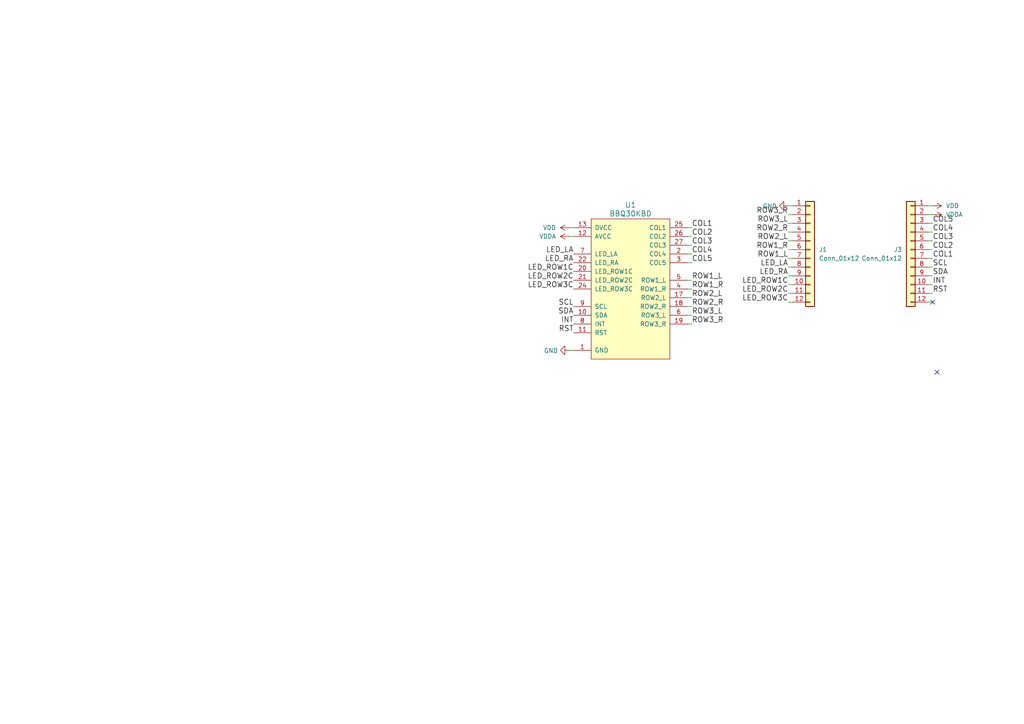
<source format=kicad_sch>
(kicad_sch (version 20231120) (generator "eeschema") (generator_version "8.0")
  (paper "A4")
  (lib_symbols
    (symbol "Connector_Generic:Conn_01x12" (pin_names (offset 1.016) hide)
      (property "Reference" "J" (at 0 15.24 0))
      (property "Value" "Conn_01x12" (at 0 -17.78 0))
      (symbol "Conn_01x12_1_1"
        (rectangle (start -1.27 -15.113) (end 0 -15.367) (stroke (width 0.1524)))
        (rectangle (start -1.27 -12.573) (end 0 -12.827) (stroke (width 0.1524)))
        (rectangle (start -1.27 -10.033) (end 0 -10.287) (stroke (width 0.1524)))
        (rectangle (start -1.27 -7.493) (end 0 -7.747) (stroke (width 0.1524)))
        (rectangle (start -1.27 -4.953) (end 0 -5.207) (stroke (width 0.1524)))
        (rectangle (start -1.27 -2.413) (end 0 -2.667) (stroke (width 0.1524)))
        (rectangle (start -1.27 0.127) (end 0 -0.127) (stroke (width 0.1524)))
        (rectangle (start -1.27 2.667) (end 0 2.413) (stroke (width 0.1524)))
        (rectangle (start -1.27 5.207) (end 0 4.953) (stroke (width 0.1524)))
        (rectangle (start -1.27 7.747) (end 0 7.493) (stroke (width 0.1524)))
        (rectangle (start -1.27 10.287) (end 0 10.033) (stroke (width 0.1524)))
        (rectangle (start -1.27 12.827) (end 0 12.573) (stroke (width 0.1524)))
        (rectangle (start -1.27 13.97) (end 1.27 -16.51) (stroke (width 0.254)) (fill (type background)))
        (pin passive line (at -5.08 12.7 0) (length 3.81) (name "Pin_1") (number "1"))
        (pin passive line (at -5.08 -10.16 0) (length 3.81) (name "Pin_10") (number "10"))
        (pin passive line (at -5.08 -12.7 0) (length 3.81) (name "Pin_11") (number "11"))
        (pin passive line (at -5.08 -15.24 0) (length 3.81) (name "Pin_12") (number "12"))
        (pin passive line (at -5.08 10.16 0) (length 3.81) (name "Pin_2") (number "2"))
        (pin passive line (at -5.08 7.62 0) (length 3.81) (name "Pin_3") (number "3"))
        (pin passive line (at -5.08 5.08 0) (length 3.81) (name "Pin_4") (number "4"))
        (pin passive line (at -5.08 2.54 0) (length 3.81) (name "Pin_5") (number "5"))
        (pin passive line (at -5.08 0 0) (length 3.81) (name "Pin_6") (number "6"))
        (pin passive line (at -5.08 -2.54 0) (length 3.81) (name "Pin_7") (number "7"))
        (pin passive line (at -5.08 -5.08 0) (length 3.81) (name "Pin_8") (number "8"))
        (pin passive line (at -5.08 -7.62 0) (length 3.81) (name "Pin_9") (number "9"))
      )
    )
    (symbol "Keyboard:BBQ10KBD" (pin_names (offset 1.016))
      (property "Reference" "U1" (at 0 21.844 0))
      (property "Value" "BBQ30KBD" (at 0 19.304 0))
      (symbol "BBQ10KBD_0_1"
        (rectangle (start -11.43 17.78) (end 11.43 -22.86) (fill (type background)))
      )
      (symbol "BBQ10KBD_1_1"
        (pin power_in line (at -16.51 -20.32 0) (length 5.08) (name "GND") (number "1"))
        (pin bidirectional line (at -16.51 -10.16 0) (length 5.08) (name "SDA") (number "10"))
        (pin input line (at -16.51 -15.24 0) (length 5.08) (name "RST") (number "11"))
        (pin power_in line (at -16.51 12.7 0) (length 5.08) (name "AVCC") (number "12"))
        (pin power_in line (at -16.51 15.24 0) (length 5.08) (name "DVCC") (number "13"))
        (pin passive line (at -16.51 -20.32 0) (length 5.08) hide (name "GND") (number "14"))
        (pin passive line (at -16.51 -20.32 0) (length 5.08) hide (name "GND") (number "15"))
        (pin passive line (at -16.51 -20.32 0) (length 5.08) hide (name "GND") (number "16"))
        (pin output line (at 16.51 -5.08 180) (length 5.08) (name "ROW2_L") (number "17"))
        (pin output line (at 16.51 -7.62 180) (length 5.08) (name "ROW2_R") (number "18"))
        (pin output line (at 16.51 -12.7 180) (length 5.08) (name "ROW3_R") (number "19"))
        (pin output line (at 16.51 7.62 180) (length 5.08) (name "COL4") (number "2"))
        (pin input line (at -16.51 2.54 0) (length 5.08) (name "LED_ROW1C") (number "20"))
        (pin input line (at -16.51 0 0) (length 5.08) (name "LED_ROW2C") (number "21"))
        (pin input line (at -16.51 5.08 0) (length 5.08) (name "LED_RA") (number "22"))
        (pin passive line (at -16.51 -20.32 0) (length 5.08) hide (name "GND") (number "23"))
        (pin input line (at -16.51 -2.54 0) (length 5.08) (name "LED_ROW3C") (number "24"))
        (pin output line (at 16.51 15.24 180) (length 5.08) (name "COL1") (number "25"))
        (pin output line (at 16.51 12.7 180) (length 5.08) (name "COL2") (number "26"))
        (pin output line (at 16.51 10.16 180) (length 5.08) (name "COL3") (number "27"))
        (pin passive line (at -16.51 -20.32 0) (length 5.08) hide (name "GND") (number "28"))
        (pin output line (at 16.51 5.08 180) (length 5.08) (name "COL5") (number "3"))
        (pin output line (at 16.51 -2.54 180) (length 5.08) (name "ROW1_R") (number "4"))
        (pin output line (at 16.51 0 180) (length 5.08) (name "ROW1_L") (number "5"))
        (pin output line (at 16.51 -10.16 180) (length 5.08) (name "ROW3_L") (number "6"))
        (pin input line (at -16.51 7.62 0) (length 5.08) (name "LED_LA") (number "7"))
        (pin output line (at -16.51 -12.7 0) (length 5.08) (name "INT") (number "8"))
        (pin input line (at -16.51 -7.62 0) (length 5.08) (name "SCL") (number "9"))
      )
    )
    (symbol "bbq10breakout-rescue:GND-power" (power) (pin_names (offset 0))
      (property "Value" "power:GND" (at 0 -3.81 0))
      (symbol "GND-power_0_1"
        (polyline (pts (xy 0 0) (xy 0 -1.27) (xy 1.27 -1.27) (xy 0 -2.54) (xy -1.27 -1.27) (xy 0 -1.27)))
      )
      (symbol "GND-power_1_1"
        (pin power_in line (at 0 0 270) (length 0) hide (name "GND") (number "1"))
      )
    )
    (symbol "power:VDD" (power) (pin_numbers hide) (pin_names (offset 0) hide)
      (property "Value" "VDD" (at 0 3.556 0))
      (symbol "VDD_0_1"
        (polyline (pts (xy -0.762 1.27) (xy 0 2.54)))
        (polyline (pts (xy 0 0) (xy 0 2.54)))
        (polyline (pts (xy 0 2.54) (xy 0.762 1.27)))
      )
      (symbol "VDD_1_1"
        (pin power_in line (at 0 0 90) (length 0) (name "~") (number "1"))
      )
    )
    (symbol "power:VDDA" (power) (pin_numbers hide) (pin_names (offset 0) hide)
      (property "Value" "VDDA" (at 0 3.556 0))
      (symbol "VDDA_0_1"
        (polyline (pts (xy -0.762 1.27) (xy 0 2.54)))
        (polyline (pts (xy 0 0) (xy 0 2.54)))
        (polyline (pts (xy 0 2.54) (xy 0.762 1.27)))
      )
      (symbol "VDDA_1_1"
        (pin power_in line (at 0 0 90) (length 0) (name "~") (number "1"))
      )
    )
  )
  (no_connect (at 271.78 107.95))
  (no_connect (at 270.51 87.63))
  (wire (pts (xy 165.1 66.04) (xy 166.37 66.04)))
  (wire (pts (xy 165.1 68.58) (xy 166.37 68.58)))
  (wire (pts (xy 200.66 76.2) (xy 199.39 76.2)))
  (wire (pts (xy 269.24 62.23) (xy 270.51 62.23)))
  (wire (pts (xy 200.66 71.12) (xy 199.39 71.12)))
  (wire (pts (xy 200.66 91.44) (xy 199.39 91.44)))
  (wire (pts (xy 200.66 73.66) (xy 199.39 73.66)))
  (wire (pts (xy 228.6 69.85) (xy 229.87 69.85)))
  (wire (pts (xy 269.24 74.93) (xy 270.51 74.93)))
  (wire (pts (xy 269.24 69.85) (xy 270.51 69.85)))
  (wire (pts (xy 228.6 67.31) (xy 229.87 67.31)))
  (wire (pts (xy 228.6 64.77) (xy 229.87 64.77)))
  (wire (pts (xy 269.24 64.77) (xy 270.51 64.77)))
  (wire (pts (xy 269.24 72.39) (xy 270.51 72.39)))
  (wire (pts (xy 200.66 66.04) (xy 199.39 66.04)))
  (wire (pts (xy 200.66 93.98) (xy 199.39 93.98)))
  (wire (pts (xy 269.24 80.01) (xy 270.51 80.01)))
  (wire (pts (xy 228.6 80.01) (xy 229.87 80.01)))
  (wire (pts (xy 200.66 68.58) (xy 199.39 68.58)))
  (wire (pts (xy 228.6 87.63) (xy 229.87 87.63)))
  (wire (pts (xy 228.6 72.39) (xy 229.87 72.39)))
  (wire (pts (xy 270.51 87.63) (xy 269.24 87.63)))
  (wire (pts (xy 228.6 77.47) (xy 229.87 77.47)))
  (wire (pts (xy 229.87 59.69) (xy 228.6 59.69)))
  (wire (pts (xy 200.66 88.9) (xy 199.39 88.9)))
  (wire (pts (xy 269.24 59.69) (xy 270.51 59.69)))
  (wire (pts (xy 269.24 82.55) (xy 270.51 82.55)))
  (wire (pts (xy 269.24 77.47) (xy 270.51 77.47)))
  (wire (pts (xy 228.6 82.55) (xy 229.87 82.55)))
  (wire (pts (xy 200.66 83.82) (xy 199.39 83.82)))
  (wire (pts (xy 200.66 86.36) (xy 199.39 86.36)))
  (wire (pts (xy 200.66 81.28) (xy 199.39 81.28)))
  (wire (pts (xy 165.1 101.6) (xy 166.37 101.6)))
  (wire (pts (xy 269.24 67.31) (xy 270.51 67.31)))
  (wire (pts (xy 228.6 85.09) (xy 229.87 85.09)))
  (wire (pts (xy 228.6 62.23) (xy 229.87 62.23)))
  (wire (pts (xy 228.6 74.93) (xy 229.87 74.93)))
  (wire (pts (xy 269.24 85.09) (xy 270.51 85.09)))
  (label "ROW3_L" (at 228.6 64.77 180) (effects (font (size 1.524 1.524))))
  (label "COL3" (at 270.51 69.85 0) (effects (font (size 1.524 1.524))))
  (label "COL2" (at 200.66 68.58 0) (effects (font (size 1.524 1.524))))
  (label "COL1" (at 270.51 74.93 0) (effects (font (size 1.524 1.524))))
  (label "COL5" (at 270.51 64.77 0) (effects (font (size 1.524 1.524))))
  (label "LED_ROW3C" (at 166.37 83.82 180) (effects (font (size 1.524 1.524))))
  (label "ROW3_L" (at 200.66 91.44 0) (effects (font (size 1.524 1.524))))
  (label "ROW1_R" (at 228.6 72.39 180) (effects (font (size 1.524 1.524))))
  (label "LED_LA" (at 228.6 77.47 180) (effects (font (size 1.524 1.524))))
  (label "COL4" (at 200.66 73.66 0) (effects (font (size 1.524 1.524))))
  (label "RST" (at 270.51 85.09 0) (effects (font (size 1.524 1.524))))
  (label "ROW2_R" (at 200.66 88.9 0) (effects (font (size 1.524 1.524))))
  (label "ROW2_L" (at 228.6 69.85 180) (effects (font (size 1.524 1.524))))
  (label "LED_ROW2C" (at 228.6 85.09 180) (effects (font (size 1.524 1.524))))
  (label "RST" (at 166.37 96.52 180) (effects (font (size 1.524 1.524))))
  (label "SCL" (at 270.51 77.47 0) (effects (font (size 1.524 1.524))))
  (label "ROW2_L" (at 200.66 86.36 0) (effects (font (size 1.524 1.524))))
  (label "COL5" (at 200.66 76.2 0) (effects (font (size 1.524 1.524))))
  (label "LED_ROW1C" (at 228.6 82.55 180) (effects (font (size 1.524 1.524))))
  (label "ROW3_R" (at 228.6 62.23 180) (effects (font (size 1.524 1.524))))
  (label "LED_RA" (at 166.37 76.2 180) (effects (font (size 1.524 1.524))))
  (label "ROW3_R" (at 200.66 93.98 0) (effects (font (size 1.524 1.524))))
  (label "COL3" (at 200.66 71.12 0) (effects (font (size 1.524 1.524))))
  (label "SCL" (at 166.37 88.9 180) (effects (font (size 1.524 1.524))))
  (label "ROW1_L" (at 200.66 81.28 0) (effects (font (size 1.524 1.524))))
  (label "LED_ROW2C" (at 166.37 81.28 180) (effects (font (size 1.524 1.524))))
  (label "SDA" (at 270.51 80.01 0) (effects (font (size 1.524 1.524))))
  (label "LED_RA" (at 228.6 80.01 180) (effects (font (size 1.524 1.524))))
  (label "LED_LA" (at 166.37 73.66 180) (effects (font (size 1.524 1.524))))
  (label "INT" (at 166.37 93.98 180) (effects (font (size 1.524 1.524))))
  (label "ROW1_R" (at 200.66 83.82 0) (effects (font (size 1.524 1.524))))
  (label "COL1" (at 200.66 66.04 0) (effects (font (size 1.524 1.524))))
  (label "LED_ROW1C" (at 166.37 78.74 180) (effects (font (size 1.524 1.524))))
  (label "LED_ROW3C" (at 228.6 87.63 180) (effects (font (size 1.524 1.524))))
  (label "SDA" (at 166.37 91.44 180) (effects (font (size 1.524 1.524))))
  (label "ROW1_L" (at 228.6 74.93 180) (effects (font (size 1.524 1.524))))
  (label "ROW2_R" (at 228.6 67.31 180) (effects (font (size 1.524 1.524))))
  (label "INT" (at 270.51 82.55 0) (effects (font (size 1.524 1.524))))
  (label "COL2" (at 270.51 72.39 0) (effects (font (size 1.524 1.524))))
  (label "COL4" (at 270.51 67.31 0) (effects (font (size 1.524 1.524))))
  (symbol (lib_id "Keyboard:BBQ10KBD") (at 182.88 81.28 0) (unit 1)
    (property "Reference" "U1" (at 182.88 59.436 0) (effects (font (size 1.524 1.524))))
    (property "Value" "BBQ30KBD" (at 182.88 61.976 0) (effects (font (size 1.524 1.524))))
    (property "Footprint" "Connectors_Hirose_extra:BM14B(0.8)-24DS-0.4V(53)" (effects (hide yes)))
  )
  (symbol (lib_id "bbq10breakout-rescue:GND-power") (at 228.6 59.69 270) (unit 1)
    (property "Reference" "#PWR08" (effects (hide yes)))
    (property "Value" "GND" (at 225.3488 59.817 90) (effects (justify right)))
  )
  (symbol (lib_id "power:VDD") (at 165.1 66.04 90) (unit 1)
    (property "Reference" "#PWR01" (effects (hide yes)))
    (property "Value" "VDD" (at 161.29 66.0399 90) (effects (justify left)))
    (property "Description" "Power symbol creates a global label with name \"VDD\"" (effects (hide yes)))
  )
  (symbol (lib_id "Connector_Generic:Conn_01x12") (at 234.95 72.39 0) (unit 1)
    (property "Reference" "J1" (at 237.49 72.3899 0) (effects (justify left)))
    (property "Value" "Conn_01x12" (at 237.49 74.9299 0) (effects (justify left)))
    (property "Footprint" "Connector_PinHeader_2.54mm:PinHeader_1x12_P2.54mm_Vertical" (effects (hide yes)))
    (property "Description" "Generic connector, single row, 01x12, script generated (kicad-library-utils/schlib/autogen/connector/)" (effects (hide yes)))
  )
  (symbol (lib_id "power:VDDA") (at 270.51 62.23 270) (unit 1)
    (property "Reference" "#PWR09" (effects (hide yes)))
    (property "Value" "VDDA" (at 274.32 62.2299 90) (effects (justify left)))
    (property "Description" "Power symbol creates a global label with name \"VDDA\"" (effects (hide yes)))
  )
  (symbol (lib_id "bbq10breakout-rescue:GND-power") (at 165.1 101.6 270) (unit 1)
    (property "Reference" "#PWR010" (effects (hide yes)))
    (property "Value" "GND" (at 161.8488 101.727 90) (effects (justify right)))
  )
  (symbol (lib_id "power:VDDA") (at 165.1 68.58 90) (unit 1)
    (property "Reference" "#PWR02" (effects (hide yes)))
    (property "Value" "VDDA" (at 161.29 68.5799 90) (effects (justify left)))
    (property "Description" "Power symbol creates a global label with name \"VDDA\"" (effects (hide yes)))
  )
  (symbol (lib_id "power:VDD") (at 270.51 59.69 270) (unit 1)
    (property "Reference" "#PWR03" (effects (hide yes)))
    (property "Value" "VDD" (at 274.32 59.6899 90) (effects (justify left)))
    (property "Description" "Power symbol creates a global label with name \"VDD\"" (effects (hide yes)))
  )
  (symbol (lib_id "Connector_Generic:Conn_01x12") (at 264.16 72.39 0) (mirror y) (unit 1)
    (property "Reference" "J3" (at 261.62 72.3899 0) (effects (justify left)))
    (property "Value" "Conn_01x12" (at 261.62 74.9299 0) (effects (justify left)))
    (property "Footprint" "Connector_PinHeader_2.54mm:PinHeader_1x12_P2.54mm_Vertical" (effects (hide yes)))
    (property "Description" "Generic connector, single row, 01x12, script generated (kicad-library-utils/schlib/autogen/connector/)" (effects (hide yes)))
  )
)
</source>
